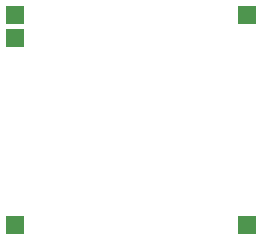
<source format=gbr>
G04 #@! TF.GenerationSoftware,KiCad,Pcbnew,(5.0.0)*
G04 #@! TF.CreationDate,2018-09-03T15:40:08-07:00*
G04 #@! TF.ProjectId,nixie_psu_breakout,6E697869655F7073755F627265616B6F,rev?*
G04 #@! TF.SameCoordinates,Original*
G04 #@! TF.FileFunction,Soldermask,Bot*
G04 #@! TF.FilePolarity,Negative*
%FSLAX46Y46*%
G04 Gerber Fmt 4.6, Leading zero omitted, Abs format (unit mm)*
G04 Created by KiCad (PCBNEW (5.0.0)) date 09/03/18 15:40:08*
%MOMM*%
%LPD*%
G01*
G04 APERTURE LIST*
%ADD10R,1.500000X1.500000*%
G04 APERTURE END LIST*
D10*
G04 #@! TO.C,J3*
X126900000Y-99150000D03*
G04 #@! TD*
G04 #@! TO.C,J4*
X146500000Y-99150000D03*
G04 #@! TD*
G04 #@! TO.C,J5*
X146500000Y-81300000D03*
G04 #@! TD*
G04 #@! TO.C,J1*
X126900000Y-81300000D03*
G04 #@! TD*
G04 #@! TO.C,J2*
X126900000Y-83300000D03*
G04 #@! TD*
M02*

</source>
